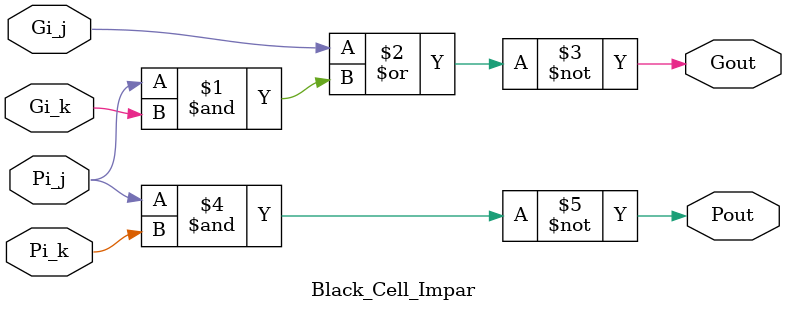
<source format=v>


module Black_Cell_Impar ( 
	input wire Gi_j, Pi_j, Gi_k, Pi_k,
	output wire Gout, Pout
);
	assign Gout = ~(Gi_j | (Pi_j & Gi_k));
	assign Pout = ~(Pi_j & Pi_k);
endmodule

</source>
